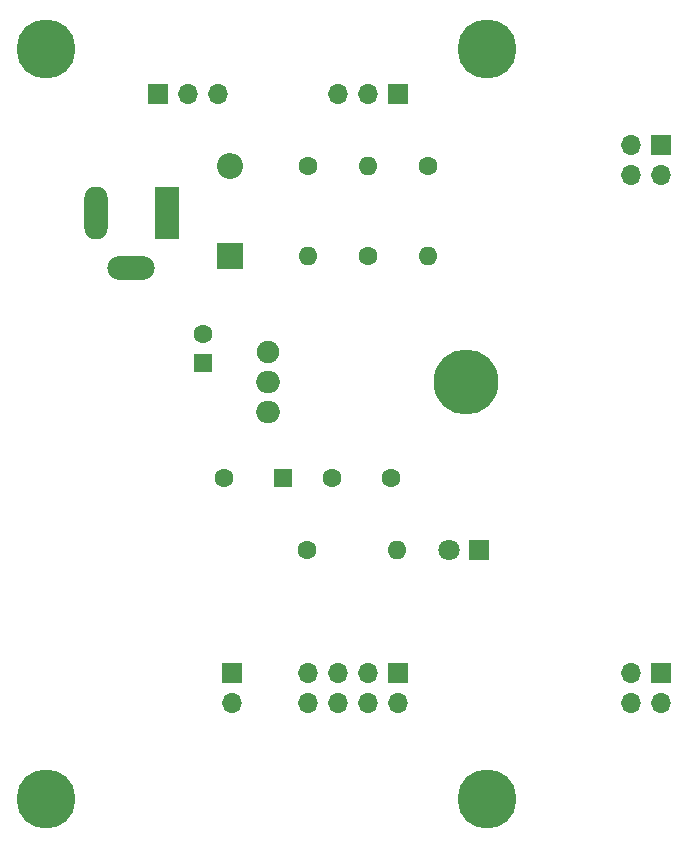
<source format=gbr>
%TF.GenerationSoftware,KiCad,Pcbnew,7.0.2*%
%TF.CreationDate,2023-05-18T12:22:54-04:00*%
%TF.ProjectId,breadboard_psu,62726561-6462-46f6-9172-645f7073752e,A*%
%TF.SameCoordinates,Original*%
%TF.FileFunction,Soldermask,Top*%
%TF.FilePolarity,Negative*%
%FSLAX46Y46*%
G04 Gerber Fmt 4.6, Leading zero omitted, Abs format (unit mm)*
G04 Created by KiCad (PCBNEW 7.0.2) date 2023-05-18 12:22:54*
%MOMM*%
%LPD*%
G01*
G04 APERTURE LIST*
G04 Aperture macros list*
%AMRoundRect*
0 Rectangle with rounded corners*
0 $1 Rounding radius*
0 $2 $3 $4 $5 $6 $7 $8 $9 X,Y pos of 4 corners*
0 Add a 4 corners polygon primitive as box body*
4,1,4,$2,$3,$4,$5,$6,$7,$8,$9,$2,$3,0*
0 Add four circle primitives for the rounded corners*
1,1,$1+$1,$2,$3*
1,1,$1+$1,$4,$5*
1,1,$1+$1,$6,$7*
1,1,$1+$1,$8,$9*
0 Add four rect primitives between the rounded corners*
20,1,$1+$1,$2,$3,$4,$5,0*
20,1,$1+$1,$4,$5,$6,$7,0*
20,1,$1+$1,$6,$7,$8,$9,0*
20,1,$1+$1,$8,$9,$2,$3,0*%
G04 Aperture macros list end*
%ADD10C,2.900000*%
%ADD11C,5.000000*%
%ADD12R,2.000000X4.500000*%
%ADD13RoundRect,1.000000X0.000000X-1.250000X0.000000X-1.250000X0.000000X1.250000X0.000000X1.250000X0*%
%ADD14RoundRect,1.000000X-1.000000X0.000000X1.000000X0.000000X1.000000X0.000000X-1.000000X0.000000X0*%
%ADD15O,3.500000X3.500000*%
%ADD16C,1.905000*%
%ADD17O,2.000000X1.905000*%
%ADD18C,5.500000*%
%ADD19C,1.600000*%
%ADD20O,1.600000X1.600000*%
%ADD21R,1.700000X1.700000*%
%ADD22O,1.700000X1.700000*%
%ADD23R,2.200000X2.200000*%
%ADD24O,2.200000X2.200000*%
%ADD25R,1.600000X1.600000*%
%ADD26R,1.800000X1.800000*%
%ADD27C,1.800000*%
G04 APERTURE END LIST*
D10*
%TO.C,H4*%
X133248400Y-127000000D03*
D11*
X133248400Y-127000000D03*
%TD*%
D12*
%TO.C,J1*%
X106124000Y-77342000D03*
D13*
X100124000Y-77342000D03*
D14*
X103124000Y-82042000D03*
%TD*%
D15*
%TO.C,U1*%
X131382000Y-91694000D03*
D16*
X114722000Y-89154000D03*
D17*
X114722000Y-91694000D03*
X114722000Y-94234000D03*
D18*
X131486000Y-91694000D03*
%TD*%
D10*
%TO.C,H1*%
X95910400Y-63500000D03*
D11*
X95910400Y-63500000D03*
%TD*%
D19*
%TO.C,R1*%
X118008400Y-105918000D03*
D20*
X125628400Y-105918000D03*
%TD*%
D19*
%TO.C,R4*%
X118110000Y-73406000D03*
D20*
X118110000Y-81026000D03*
%TD*%
D10*
%TO.C,H3*%
X133248400Y-63500000D03*
D11*
X133248400Y-63500000D03*
%TD*%
D21*
%TO.C,SW2*%
X125730000Y-67310000D03*
D22*
X123190000Y-67310000D03*
X120650000Y-67310000D03*
%TD*%
D23*
%TO.C,D1*%
X111506000Y-81026000D03*
D24*
X111506000Y-73406000D03*
%TD*%
D25*
%TO.C,C1*%
X115956400Y-99822000D03*
D19*
X110956400Y-99822000D03*
%TD*%
%TO.C,R3*%
X123190000Y-81026000D03*
D20*
X123190000Y-73406000D03*
%TD*%
D19*
%TO.C,R2*%
X128270000Y-73406000D03*
D20*
X128270000Y-81026000D03*
%TD*%
D10*
%TO.C,H2*%
X95910400Y-127000000D03*
D11*
X95910400Y-127000000D03*
%TD*%
D19*
%TO.C,C2*%
X120120400Y-99822000D03*
X125120400Y-99822000D03*
%TD*%
D21*
%TO.C,J5*%
X111683400Y-116352000D03*
D22*
X111683400Y-118892000D03*
%TD*%
D26*
%TO.C,D2*%
X132553400Y-105918000D03*
D27*
X130013400Y-105918000D03*
%TD*%
D21*
%TO.C,SW1*%
X105410000Y-67310000D03*
D22*
X107950000Y-67310000D03*
X110490000Y-67310000D03*
%TD*%
D21*
%TO.C,J4*%
X125730000Y-116332000D03*
D22*
X125730000Y-118872000D03*
X123190000Y-116332000D03*
X123190000Y-118872000D03*
X120650000Y-116332000D03*
X120650000Y-118872000D03*
X118110000Y-116332000D03*
X118110000Y-118872000D03*
%TD*%
D25*
%TO.C,C3*%
X109220000Y-90082380D03*
D19*
X109220000Y-87582380D03*
%TD*%
D21*
%TO.C,J3*%
X147980400Y-116332000D03*
D22*
X145440400Y-116332000D03*
X147980400Y-118872000D03*
X145440400Y-118872000D03*
%TD*%
D21*
%TO.C,J2*%
X147980400Y-71628000D03*
D22*
X145440400Y-71628000D03*
X147980400Y-74168000D03*
X145440400Y-74168000D03*
%TD*%
M02*

</source>
